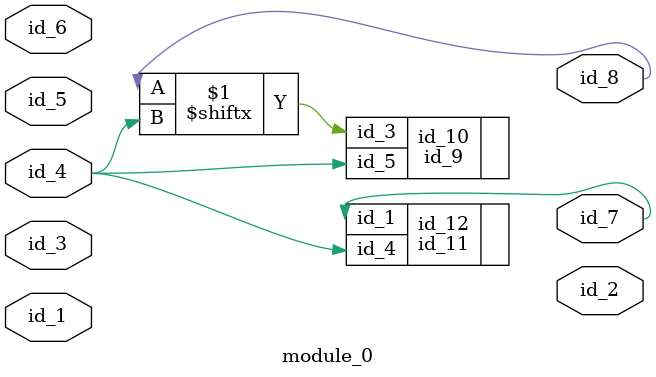
<source format=v>
module module_0 (
    id_1,
    id_2,
    id_3,
    id_4,
    id_5,
    id_6,
    id_7,
    id_8
);
  output id_8;
  output id_7;
  input id_6;
  input id_5;
  input id_4;
  input id_3;
  output id_2;
  input id_1;
  id_9 id_10 (
      .id_3(id_8[id_4]),
      .id_5(id_4)
  );
  id_11 id_12 (
      .id_1(id_7),
      .id_4(id_4)
  );
  id_13 id_14 (
      .id_10(1),
      .id_1 (id_3)
  );
endmodule

</source>
